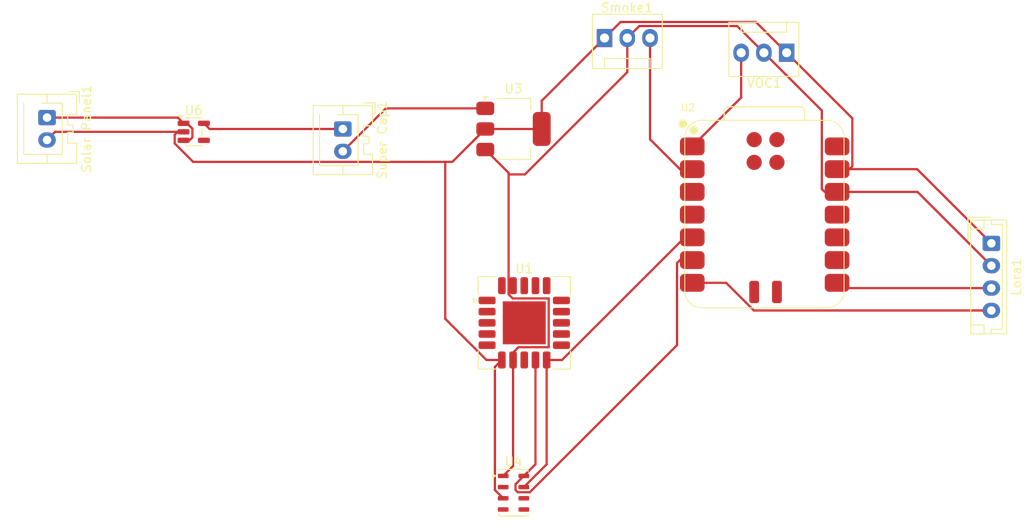
<source format=kicad_pcb>
(kicad_pcb (version 20241229) (generator "pcbnew") (generator_version "9.0")
  (layers (0 "F.Cu" signal) (2 "B.Cu" signal) (13 "F.Paste" user) (15 "B.Paste" user) (5 "F.SilkS" user "F.Silkscreen") (7 "B.SilkS" user "B.Silkscreen") (1 "F.Mask" user) (3 "B.Mask" user) (25 "Edge.Cuts" user))
  (net 0 "")
  (net 1 "Net-(Lora1-Pin_3)")
  (net 2 "Net-(Lora1-Pin_2)")
  (net 3 "Net-(Lora1-Pin_1)")
  (net 4 "Net-(Lora1-Pin_4)")
  (net 5 "Net-(Smoke1-Pin_3)")
  (net 6 "Net-(Solar Panel1-Pin_1)")
  (net 7 "Net-(Super Cap1-Pin_2)")
  (net 8 "Net-(Super Cap1-Pin_1)")
  (net 9 "Net-(U1-SCL)")
  (net 10 "Net-(U1-SDA)")
  (net 15 "Net-(U2-PA02_A0_D0)")
  (footprint "Sensor:Sensirion_SCD4x-1EP_10.1x10.1mm_P1.25mm_EP4.8x4.8mm" (layer "F.Cu") (at 198.05 99.13)
    (property "Reference" "U1" (at 0 -6.05 0) (layer "F.SilkS"))
    (property "Value" "SCD40-D-R2")
    (fp_line (start -5.16 -5.16) (end -3.185 -5.16) (stroke (width 0.12)) (layer "F.SilkS"))
    (fp_line (start -5.16 -3.185) (end -5.16 -5.16) (stroke (width 0.12)) (layer "F.SilkS"))
    (fp_line (start -5.16 5.16) (end -5.16 3.185) (stroke (width 0.12)) (layer "F.SilkS"))
    (fp_line (start -3.185 5.16) (end -5.16 5.16) (stroke (width 0.12)) (layer "F.SilkS"))
    (fp_line (start 3.185 -5.16) (end 5.16 -5.16) (stroke (width 0.12)) (layer "F.SilkS"))
    (fp_line (start 5.16 -5.16) (end 5.16 -3.185) (stroke (width 0.12)) (layer "F.SilkS"))
    (fp_line (start 5.16 3.185) (end 5.16 5.16) (stroke (width 0.12)) (layer "F.SilkS"))
    (fp_line (start 5.16 5.16) (end 3.185 5.16) (stroke (width 0.12)) (layer "F.SilkS"))
    (fp_poly (pts (xy -5.36 -2.5) (xy -5.69 -2.26) (xy -5.69 -2.74)) (stroke (width 0.12)) (fill yes) (layer "F.SilkS"))
    (pad "1" smd roundrect (at -4.15 -2.5) (size 1.9 0.85) (layers "F.Cu" "F.Mask" "F.Paste"))
    (pad "2" smd roundrect (at -4.15 -1.25) (size 1.9 0.85) (layers "F.Cu" "F.Mask" "F.Paste"))
    (pad "3" smd roundrect (at -4.15 0) (size 1.9 0.85) (layers "F.Cu" "F.Mask" "F.Paste"))
    (pad "4" smd roundrect (at -4.15 1.25) (size 1.9 0.85) (layers "F.Cu" "F.Mask" "F.Paste"))
    (pad "5" smd roundrect (at -4.15 2.5) (size 1.9 0.85) (layers "F.Cu" "F.Mask" "F.Paste"))
    (pad "6" smd roundrect (at -2.5 4.15) (size 0.85 1.9) (layers "F.Cu" "F.Mask" "F.Paste") (net 3 "Net-(Lora1-Pin_1)"))
    (pad "7" smd roundrect (at -1.25 4.15) (size 0.85 1.9) (layers "F.Cu" "F.Mask" "F.Paste") (net 2 "Net-(Lora1-Pin_2)"))
    (pad "8" smd roundrect (at 0 4.15) (size 0.85 1.9) (layers "F.Cu" "F.Mask" "F.Paste"))
    (pad "9" smd roundrect (at 1.25 4.15) (size 0.85 1.9) (layers "F.Cu" "F.Mask" "F.Paste") (net 9 "Net-(U1-SCL)"))
    (pad "10" smd roundrect (at 2.5 4.15) (size 0.85 1.9) (layers "F.Cu" "F.Mask" "F.Paste") (net 10 "Net-(U1-SDA)"))
    (pad "11" smd roundrect (at 4.15 2.5) (size 1.9 0.85) (layers "F.Cu" "F.Mask" "F.Paste"))
    (pad "12" smd roundrect (at 4.15 1.25) (size 1.9 0.85) (layers "F.Cu" "F.Mask" "F.Paste"))
    (pad "13" smd roundrect (at 4.15 0) (size 1.9 0.85) (layers "F.Cu" "F.Mask" "F.Paste"))
    (pad "14" smd roundrect (at 4.15 -1.25) (size 1.9 0.85) (layers "F.Cu" "F.Mask" "F.Paste"))
    (pad "15" smd roundrect (at 4.15 -2.5) (size 1.9 0.85) (layers "F.Cu" "F.Mask" "F.Paste"))
    (pad "16" smd roundrect (at 2.5 -4.15) (size 0.85 1.9) (layers "F.Cu" "F.Mask" "F.Paste"))
    (pad "17" smd roundrect (at 1.25 -4.15) (size 0.85 1.9) (layers "F.Cu" "F.Mask" "F.Paste"))
    (pad "18" smd roundrect (at 0 -4.15) (size 0.85 1.9) (layers "F.Cu" "F.Mask" "F.Paste"))
    (pad "19" smd roundrect (at -1.25 -4.15) (size 0.85 1.9) (layers "F.Cu" "F.Mask" "F.Paste") (net 2 "Net-(Lora1-Pin_2)"))
    (pad "20" smd roundrect (at -2.5 -4.15) (size 0.85 1.9) (layers "F.Cu" "F.Mask" "F.Paste") (net 3 "Net-(Lora1-Pin_1)"))
    (pad "21" smd rect (at 0 0) (size 4.8 4.8) (property pad_prop_heatsink) (layers "F.Cu" "F.Mask") (net 3 "Net-(Lora1-Pin_1)"))
  )
  (footprint "Connector:FanPinHeader_1x03_P2.54mm_Vertical" (layer "F.Cu") (at 207.01 67.31)
    (property "Reference" "Smoke1" (at 2.5 -3.4 0) (layer "F.SilkS"))
    (property "Value" "Conn_01x03_Socket")
    (fp_line (start -1.35 -2.65) (end 6.45 -2.65) (stroke (width 0.12)) (layer "F.SilkS"))
    (fp_line (start -1.35 3.4) (end -1.35 -2.65) (stroke (width 0.12)) (layer "F.SilkS"))
    (fp_line (start 0 2.29) (end 5.08 2.29) (stroke (width 0.12)) (layer "F.SilkS"))
    (fp_line (start 0 3.3) (end 0 2.29) (stroke (width 0.12)) (layer "F.SilkS"))
    (fp_line (start 5.08 2.29) (end 5.08 3.3) (stroke (width 0.12)) (layer "F.SilkS"))
    (fp_line (start 6.45 -2.65) (end 6.45 3.4) (stroke (width 0.12)) (layer "F.SilkS"))
    (fp_line (start 6.45 3.4) (end -1.35 3.4) (stroke (width 0.12)) (layer "F.SilkS"))
    (pad "1" thru_hole rect (at 0 0 90) (size 2.03 1.73) (drill 1.02) (layers "*.Cu" "*.Mask") (net 3 "Net-(Lora1-Pin_1)"))
    (pad "2" thru_hole oval (at 2.54 0 90) (size 2.03 1.73) (drill 1.02) (layers "*.Cu" "*.Mask") (net 2 "Net-(Lora1-Pin_2)"))
    (pad "3" thru_hole oval (at 5.08 0 90) (size 2.03 1.73) (drill 1.02) (layers "*.Cu" "*.Mask") (net 5 "Net-(Smoke1-Pin_3)"))
  )
  (footprint "THIS ONE:XIAO-SAMD21-SMD" (layer "F.Cu") (at 215.967006 97.5404)
    (property "Reference" "U2" (at -0.5 -22 0) (layer "F.SilkS") (effects (font (size 0.78232 0.78232) (thickness 0.10668)) (justify left bottom)))
    (property "Value" "XIAO-SAMD21-SMD")
    (fp_line (start 0.001 -1.9873) (end 0.001 -19.1323) (stroke (width 0.1)) (layer "F.SilkS"))
    (fp_line (start 1.906 -0.0823) (end 15.876 -0.0823) (stroke (width 0.1)) (layer "F.SilkS"))
    (fp_line (start 4.396 -21.0373) (end 4.399728 -22.047572) (stroke (width 0.127)) (layer "F.SilkS"))
    (fp_line (start 4.899728 -22.5473) (end 12.895 -22.5473) (stroke (width 0.127)) (layer "F.SilkS"))
    (fp_line (start 13.395 -22.0473) (end 13.395 -21.0373) (stroke (width 0.127)) (layer "F.SilkS"))
    (fp_line (start 15.876 -21.0373) (end 1.906 -21.0373) (stroke (width 0.1)) (layer "F.SilkS"))
    (fp_line (start 15.876 -21.0373) (end 1.906 -21.0373) (stroke (width 0.1)) (layer "F.SilkS"))
    (fp_line (start 17.781 -1.9873) (end 17.781 -19.1323) (stroke (width 0.1)) (layer "F.SilkS"))
    (fp_arc (start 0.001 -19.1363) (mid 0.558966 -20.483329) (end 1.906 -21.0413) (stroke (width 0.1)) (layer "F.SilkS"))
    (fp_arc (start 1.906 -0.0823) (mid 0.558962 -0.640262) (end 0.001 -1.9873) (stroke (width 0.1)) (layer "F.SilkS"))
    (fp_arc (start 4.399728 -22.047572) (mid 4.546276 -22.400944) (end 4.899728 -22.5473) (stroke (width 0.127)) (layer "F.SilkS"))
    (fp_arc (start 12.895 -22.5473) (mid 13.248553 -22.400853) (end 13.395 -22.0473) (stroke (width 0.127)) (layer "F.SilkS"))
    (fp_arc (start 15.876 -21.0373) (mid 17.223038 -20.479337) (end 17.781 -19.1323) (stroke (width 0.1)) (layer "F.SilkS"))
    (fp_arc (start 17.781 -1.9873) (mid 17.223038 -0.640262) (end 15.876 -0.0823) (stroke (width 0.1)) (layer "F.SilkS"))
    (fp_circle (center -0.225012 -20.633312) (end -0.225012 -20.887312) (stroke (width 0.5)) (fill yes) (layer "F.SilkS"))
    (fp_circle (center 0.991988 -19.910312) (end 0.991988 -20.164312) (stroke (width 0.5)) (fill yes) (layer "F.SilkS"))
    (pad "1" smd roundrect (at 0.835 -18.12) (size 2.75 2) (layers "F.Cu" "F.Mask" "F.Paste") (net 15 "Net-(U2-PA02_A0_D0)"))
    (pad "2" smd roundrect (at 0.835 -15.58) (size 2.75 2) (layers "F.Cu" "F.Mask" "F.Paste") (net 5 "Net-(Smoke1-Pin_3)"))
    (pad "3" smd roundrect (at 0.835 -13.04) (size 2.75 2) (layers "F.Cu" "F.Mask" "F.Paste"))
    (pad "4" smd roundrect (at 0.835 -10.5) (size 2.75 2) (layers "F.Cu" "F.Mask" "F.Paste"))
    (pad "5" smd roundrect (at 0.835 -7.96) (size 2.75 2) (layers "F.Cu" "F.Mask" "F.Paste") (net 10 "Net-(U1-SDA)"))
    (pad "6" smd roundrect (at 0.835 -5.42) (size 2.75 2) (layers "F.Cu" "F.Mask" "F.Paste") (net 9 "Net-(U1-SCL)"))
    (pad "7" smd roundrect (at 0.835 -2.88) (size 2.75 2) (layers "F.Cu" "F.Mask" "F.Paste") (net 4 "Net-(Lora1-Pin_4)"))
    (pad "8" smd roundrect (at 17 -2.88) (size 2.75 2) (layers "F.Cu" "F.Mask" "F.Paste") (net 1 "Net-(Lora1-Pin_3)"))
    (pad "9" smd roundrect (at 17 -5.42) (size 2.75 2) (layers "F.Cu" "F.Mask" "F.Paste"))
    (pad "10" smd roundrect (at 17 -7.96) (size 2.75 2) (layers "F.Cu" "F.Mask" "F.Paste"))
    (pad "11" smd roundrect (at 17 -10.5) (size 2.75 2) (layers "F.Cu" "F.Mask" "F.Paste"))
    (pad "12" smd roundrect (at 17 -13.04) (size 2.75 2) (layers "F.Cu" "F.Mask" "F.Paste") (net 2 "Net-(Lora1-Pin_2)"))
    (pad "13" smd roundrect (at 17 -15.58) (size 2.75 2) (layers "F.Cu" "F.Mask" "F.Paste") (net 3 "Net-(Lora1-Pin_1)"))
    (pad "14" smd roundrect (at 17 -18.12) (size 2.75 2) (layers "F.Cu" "F.Mask" "F.Paste"))
    (pad "15" smd roundrect (at 7.747 -1.8603 90) (size 2.5 1.1) (layers "F.Cu" "F.Mask" "F.Paste"))
    (pad "16" smd roundrect (at 10.287 -1.8603 90) (size 2.5 1.1) (layers "F.Cu" "F.Mask" "F.Paste"))
    (pad "17" smd circle (at 7.747 -18.8783) (size 1.7 1.7) (layers "F.Cu" "F.Mask" "F.Paste"))
    (pad "18" smd circle (at 10.287 -18.8783) (size 1.7 1.7) (layers "F.Cu" "F.Mask" "F.Paste"))
    (pad "19" smd circle (at 7.747 -16.3383) (size 1.7 1.7) (layers "F.Cu" "F.Mask" "F.Paste"))
    (pad "20" smd circle (at 10.287 -16.3383) (size 1.7 1.7) (layers "F.Cu" "F.Mask" "F.Paste"))
  )
  (footprint "Connector:FanPinHeader_1x03_P2.54mm_Vertical" (layer "F.Cu") (at 227.34 68.955 180)
    (property "Reference" "VOC1" (at 2.5 -3.4 0) (layer "F.SilkS"))
    (property "Value" "Conn_01x03_Socket")
    (fp_line (start 6.45 3.4) (end -1.35 3.4) (stroke (width 0.12)) (layer "F.SilkS"))
    (fp_line (start 6.45 -2.65) (end 6.45 3.4) (stroke (width 0.12)) (layer "F.SilkS"))
    (fp_line (start 5.08 2.29) (end 5.08 3.3) (stroke (width 0.12)) (layer "F.SilkS"))
    (fp_line (start 0 3.3) (end 0 2.29) (stroke (width 0.12)) (layer "F.SilkS"))
    (fp_line (start 0 2.29) (end 5.08 2.29) (stroke (width 0.12)) (layer "F.SilkS"))
    (fp_line (start -1.35 3.4) (end -1.35 -2.65) (stroke (width 0.12)) (layer "F.SilkS"))
    (fp_line (start -1.35 -2.65) (end 6.45 -2.65) (stroke (width 0.12)) (layer "F.SilkS"))
    (pad "1" thru_hole rect (at 0 0 270) (size 2.03 1.73) (drill 1.02) (layers "*.Cu" "*.Mask") (net 3 "Net-(Lora1-Pin_1)"))
    (pad "2" thru_hole oval (at 2.54 0 270) (size 2.03 1.73) (drill 1.02) (layers "*.Cu" "*.Mask") (net 2 "Net-(Lora1-Pin_2)"))
    (pad "3" thru_hole oval (at 5.08 0 270) (size 2.03 1.73) (drill 1.02) (layers "*.Cu" "*.Mask") (net 15 "Net-(U2-PA02_A0_D0)"))
  )
  (footprint "Package_TO_SOT_SMD:SOT-223-3_TabPin2" (layer "F.Cu") (at 196.85 77.47)
    (property "Reference" "U3" (at 0 -4.5 0) (layer "F.SilkS"))
    (property "Value" "LM2937xMP")
    (fp_line (start -1.85 -3.41) (end 1.91 -3.41) (stroke (width 0.12)) (layer "F.SilkS"))
    (fp_line (start -1.85 3.41) (end 1.91 3.41) (stroke (width 0.12)) (layer "F.SilkS"))
    (fp_line (start 1.91 -3.41) (end 1.91 -2.15) (stroke (width 0.12)) (layer "F.SilkS"))
    (fp_line (start 1.91 3.41) (end 1.91 2.15) (stroke (width 0.12)) (layer "F.SilkS"))
    (fp_poly (pts (xy -3.13 -3.31) (xy -3.37 -3.64) (xy -2.89 -3.64) (xy -3.13 -3.31)) (stroke (width 0.12)) (fill yes) (layer "F.SilkS"))
    (pad "1" smd roundrect (at -3.15 -2.3) (size 2 1.5) (layers "F.Cu" "F.Mask" "F.Paste") (net 7 "Net-(Super Cap1-Pin_2)"))
    (pad "2" smd roundrect (at -3.15 0) (size 2 1.5) (layers "F.Cu" "F.Mask" "F.Paste") (net 3 "Net-(Lora1-Pin_1)"))
    (pad "2" smd roundrect (at 3.15 0) (size 2 3.8) (layers "F.Cu" "F.Mask" "F.Paste") (net 3 "Net-(Lora1-Pin_1)"))
    (pad "3" smd roundrect (at -3.15 2.3) (size 2 1.5) (layers "F.Cu" "F.Mask" "F.Paste") (net 2 "Net-(Lora1-Pin_2)"))
  )
  (footprint "Package_LGA:NXP_LGA-8_3x5mm_P1.25mm_H1.1mm" (layer "F.Cu") (at 196.85 118.11)
    (property "Reference" "U4" (at 0 -3.45 0) (layer "F.SilkS"))
    (property "Value" "MPL3115A2")
    (fp_line (start -1.61 -2.61) (end 1.61 -2.61) (stroke (width 0.12)) (layer "F.SilkS"))
    (fp_line (start -1.61 -2.385) (end -1.61 -2.61) (stroke (width 0.12)) (layer "F.SilkS"))
    (fp_line (start -1.61 2.61) (end -1.61 2.385) (stroke (width 0.12)) (layer "F.SilkS"))
    (fp_line (start 1.61 -2.61) (end 1.61 -2.385) (stroke (width 0.12)) (layer "F.SilkS"))
    (fp_line (start 1.61 2.385) (end 1.61 2.61) (stroke (width 0.12)) (layer "F.SilkS"))
    (fp_line (start 1.61 2.61) (end -1.61 2.61) (stroke (width 0.12)) (layer "F.SilkS"))
    (fp_poly (pts (xy -2.01 -1.88) (xy -2.34 -1.64) (xy -2.34 -2.12)) (stroke (width 0.12)) (fill yes) (layer "F.SilkS"))
    (pad "1" smd roundrect (at -1.15 -1.875) (size 1.2 0.5) (layers "F.Cu" "F.Mask" "F.Paste") (net 2 "Net-(Lora1-Pin_2)"))
    (pad "2" smd roundrect (at -1.15 -0.625) (size 1.2 0.5) (layers "F.Cu" "F.Mask" "F.Paste"))
    (pad "3" smd roundrect (at -1.15 0.625) (size 1.2 0.5) (layers "F.Cu" "F.Mask" "F.Paste") (net 3 "Net-(Lora1-Pin_1)"))
    (pad "4" smd roundrect (at -1.15 1.875) (size 1.2 0.5) (layers "F.Cu" "F.Mask" "F.Paste"))
    (pad "5" smd roundrect (at 1.15 1.875) (size 1.2 0.5) (layers "F.Cu" "F.Mask" "F.Paste"))
    (pad "6" smd roundrect (at 1.15 0.625) (size 1.2 0.5) (layers "F.Cu" "F.Mask" "F.Paste"))
    (pad "7" smd roundrect (at 1.15 -0.625) (size 1.2 0.5) (layers "F.Cu" "F.Mask" "F.Paste") (net 10 "Net-(U1-SDA)"))
    (pad "8" smd roundrect (at 1.15 -1.875) (size 1.2 0.5) (layers "F.Cu" "F.Mask" "F.Paste") (net 9 "Net-(U1-SCL)"))
  )
  (footprint "Connector_JST:JST_EH_B4B-EH-A_1x04_P2.50mm_Vertical" (layer "F.Cu") (at 250.19 90.25 -90)
    (property "Reference" "Lora1" (at 3.75 -2.8 90) (layer "F.SilkS"))
    (property "Value" "Conn_01x04_Socket")
    (fp_line (start -2.91 2.61) (end -0.41 2.61) (stroke (width 0.12)) (layer "F.SilkS"))
    (fp_line (start -2.61 2.31) (end 10.11 2.31) (stroke (width 0.12)) (layer "F.SilkS"))
    (fp_line (start 10.11 2.31) (end 10.11 -1.71) (stroke (width 0.12)) (layer "F.SilkS"))
    (fp_line (start -2.61 0.81) (end -1.61 0.81) (stroke (width 0.12)) (layer "F.SilkS"))
    (fp_line (start -1.61 0.81) (end -1.61 2.31) (stroke (width 0.12)) (layer "F.SilkS"))
    (fp_line (start 9.11 0.81) (end 9.11 2.31) (stroke (width 0.12)) (layer "F.SilkS"))
    (fp_line (start 10.11 0.81) (end 9.11 0.81) (stroke (width 0.12)) (layer "F.SilkS"))
    (fp_line (start -2.91 0.11) (end -2.91 2.61) (stroke (width 0.12)) (layer "F.SilkS"))
    (fp_line (start -2.61 0) (end -2.11 0) (stroke (width 0.12)) (layer "F.SilkS"))
    (fp_line (start -2.11 0) (end -2.11 -1.21) (stroke (width 0.12)) (layer "F.SilkS"))
    (fp_line (start 9.61 0) (end 10.11 0) (stroke (width 0.12)) (layer "F.SilkS"))
    (fp_line (start -2.11 -1.21) (end 9.61 -1.21) (stroke (width 0.12)) (layer "F.SilkS"))
    (fp_line (start 9.61 -1.21) (end 9.61 0) (stroke (width 0.12)) (layer "F.SilkS"))
    (fp_line (start -2.61 -1.71) (end -2.61 2.31) (stroke (width 0.12)) (layer "F.SilkS"))
    (fp_line (start 10.11 -1.71) (end -2.61 -1.71) (stroke (width 0.12)) (layer "F.SilkS"))
    (pad "1" thru_hole roundrect (at 0 0 270) (size 1.7 1.95) (drill 0.95) (layers "*.Cu" "*.Mask") (roundrect_rratio 0.147059) (net 3 "Net-(Lora1-Pin_1)"))
    (pad "2" thru_hole oval (at 2.5 0 270) (size 1.7 1.95) (drill 0.95) (layers "*.Cu" "*.Mask") (net 2 "Net-(Lora1-Pin_2)"))
    (pad "3" thru_hole oval (at 5 0 270) (size 1.7 1.95) (drill 0.95) (layers "*.Cu" "*.Mask") (net 1 "Net-(Lora1-Pin_3)"))
    (pad "4" thru_hole oval (at 7.5 0 270) (size 1.7 1.95) (drill 0.95) (layers "*.Cu" "*.Mask") (net 4 "Net-(Lora1-Pin_4)"))
  )
  (footprint "Connector_JST:JST_XA_B02B-XASK-1-A_1x02_P2.50mm_Vertical" (layer "F.Cu") (at 177.8 77.47 -90)
    (property "Reference" "Super Cap1" (at 1.25 -4.4 90) (layer "F.SilkS"))
    (property "Value" "Conn_01x02_Socket")
    (fp_line (start -2.61 3.31) (end 5.11 3.31) (stroke (width 0.12)) (layer "F.SilkS"))
    (fp_line (start 5.11 3.31) (end 5.11 -3.31) (stroke (width 0.12)) (layer "F.SilkS"))
    (fp_line (start 4.1 2.6) (end -1.6 2.6) (stroke (width 0.12)) (layer "F.SilkS"))
    (fp_line (start -1.6 0.6) (end -1.6 -1.7) (stroke (width 0.12)) (layer "F.SilkS"))
    (fp_line (start -2.61 0) (end -1.6 0) (stroke (width 0.12)) (layer "F.SilkS"))
    (fp_line (start 5.11 0) (end 4.1 0) (stroke (width 0.12)) (layer "F.SilkS"))
    (fp_line (start -1.6 -1.7) (end 4.1 -1.7) (stroke (width 0.12)) (layer "F.SilkS"))
    (fp_line (start 4.1 -1.7) (end 4.1 2.6) (stroke (width 0.12)) (layer "F.SilkS"))
    (fp_line (start -0.35 -2.31) (end -0.35 -3.31) (stroke (width 0.12)) (layer "F.SilkS"))
    (fp_line (start 0.85 -2.31) (end -0.35 -2.31) (stroke (width 0.12)) (layer "F.SilkS"))
    (fp_line (start 1.65 -2.31) (end 1.65 -2.91) (stroke (width 0.12)) (layer "F.SilkS"))
    (fp_line (start 2.85 -2.31) (end 1.65 -2.31) (stroke (width 0.12)) (layer "F.SilkS"))
    (fp_line (start 0.85 -2.91) (end 0.85 -2.31) (stroke (width 0.12)) (layer "F.SilkS"))
    (fp_line (start 1.65 -2.91) (end 0.85 -2.91) (stroke (width 0.12)) (layer "F.SilkS"))
    (fp_line (start -2.61 -3.31) (end -2.61 3.31) (stroke (width 0.12)) (layer "F.SilkS"))
    (fp_line (start -0.35 -3.31) (end -2.61 -3.31) (stroke (width 0.12)) (layer "F.SilkS"))
    (fp_line (start 2.85 -3.31) (end 2.85 -2.31) (stroke (width 0.12)) (layer "F.SilkS"))
    (fp_line (start 5.11 -3.31) (end 2.85 -3.31) (stroke (width 0.12)) (layer "F.SilkS"))
    (fp_line (start -2.91 -3.61) (end -2.91 -2.36) (stroke (width 0.12)) (layer "F.SilkS"))
    (fp_line (start -1.66 -3.61) (end -2.91 -3.61) (stroke (width 0.12)) (layer "F.SilkS"))
    (pad "" np_thru_hole circle (at -1.6 1.6 270) (size 1.25 1.25) (drill 1.25) (layers "*.Cu" "*.Mask"))
    (pad "1" thru_hole roundrect (at 0 0 270) (size 1.7 1.95) (drill 0.95) (layers "*.Cu" "*.Mask") (roundrect_rratio 0.147059) (net 8 "Net-(Super Cap1-Pin_1)"))
    (pad "2" thru_hole oval (at 2.5 0 270) (size 1.7 1.95) (drill 0.95) (layers "*.Cu" "*.Mask") (net 7 "Net-(Super Cap1-Pin_2)"))
  )
  (footprint "Package_TO_SOT_SMD:SOT-23-5" (layer "F.Cu") (at 161.1575 77.79)
    (property "Reference" "U6" (at 0 -2.4 0) (layer "F.SilkS"))
    (property "Value" "MIC5205-2.7YM5")
    (fp_line (start -0.91 -1.56) (end 0.91 -1.56) (stroke (width 0.12)) (layer "F.SilkS"))
    (fp_line (start -0.91 -1.51) (end -0.91 -1.56) (stroke (width 0.12)) (layer "F.SilkS"))
    (fp_line (start -0.91 1.56) (end -0.91 1.51) (stroke (width 0.12)) (layer "F.SilkS"))
    (fp_line (start 0.91 -1.56) (end 0.91 -1.51) (stroke (width 0.12)) (layer "F.SilkS"))
    (fp_line (start 0.91 -0.39) (end 0.91 0.39) (stroke (width 0.12)) (layer "F.SilkS"))
    (fp_line (start 0.91 1.51) (end 0.91 1.56) (stroke (width 0.12)) (layer "F.SilkS"))
    (fp_line (start 0.91 1.56) (end -0.91 1.56) (stroke (width 0.12)) (layer "F.SilkS"))
    (fp_poly (pts (xy -1.45 -1.51) (xy -1.69 -1.84) (xy -1.21 -1.84)) (stroke (width 0.12)) (fill yes) (layer "F.SilkS"))
    (pad "1" smd roundrect (at -1.1375 -0.95) (size 1.325 0.6) (layers "F.Cu" "F.Mask" "F.Paste") (net 6 "Net-(Solar Panel1-Pin_1)"))
    (pad "2" smd roundrect (at -1.1375 0) (size 1.325 0.6) (layers "F.Cu" "F.Mask" "F.Paste") (net 3 "Net-(Lora1-Pin_1)"))
    (pad "3" smd roundrect (at -1.1375 0.95) (size 1.325 0.6) (layers "F.Cu" "F.Mask" "F.Paste") (net 6 "Net-(Solar Panel1-Pin_1)"))
    (pad "4" smd roundrect (at 1.1375 0.95) (size 1.325 0.6) (layers "F.Cu" "F.Mask" "F.Paste"))
    (pad "5" smd roundrect (at 1.1375 -0.95) (size 1.325 0.6) (layers "F.Cu" "F.Mask" "F.Paste") (net 8 "Net-(Super Cap1-Pin_1)"))
  )
  (footprint "Connector_JST:JST_XA_B02B-XASK-1-A_1x02_P2.50mm_Vertical" (layer "F.Cu") (at 144.78 76.2 -90)
    (property "Reference" "Solar Panel1" (at 1.25 -4.4 90) (layer "F.SilkS"))
    (property "Value" "Conn_01x02_Socket")
    (fp_line (start -2.61 3.31) (end 5.11 3.31) (stroke (width 0.12)) (layer "F.SilkS"))
    (fp_line (start 5.11 3.31) (end 5.11 -3.31) (stroke (width 0.12)) (layer "F.SilkS"))
    (fp_line (start 4.1 2.6) (end -1.6 2.6) (stroke (width 0.12)) (layer "F.SilkS"))
    (fp_line (start -1.6 0.6) (end -1.6 -1.7) (stroke (width 0.12)) (layer "F.SilkS"))
    (fp_line (start -2.61 0) (end -1.6 0) (stroke (width 0.12)) (layer "F.SilkS"))
    (fp_line (start 5.11 0) (end 4.1 0) (stroke (width 0.12)) (layer "F.SilkS"))
    (fp_line (start -1.6 -1.7) (end 4.1 -1.7) (stroke (width 0.12)) (layer "F.SilkS"))
    (fp_line (start 4.1 -1.7) (end 4.1 2.6) (stroke (width 0.12)) (layer "F.SilkS"))
    (fp_line (start -0.35 -2.31) (end -0.35 -3.31) (stroke (width 0.12)) (layer "F.SilkS"))
    (fp_line (start 0.85 -2.31) (end -0.35 -2.31) (stroke (width 0.12)) (layer "F.SilkS"))
    (fp_line (start 1.65 -2.31) (end 1.65 -2.91) (stroke (width 0.12)) (layer "F.SilkS"))
    (fp_line (start 2.85 -2.31) (end 1.65 -2.31) (stroke (width 0.12)) (layer "F.SilkS"))
    (fp_line (start 0.85 -2.91) (end 0.85 -2.31) (stroke (width 0.12)) (layer "F.SilkS"))
    (fp_line (start 1.65 -2.91) (end 0.85 -2.91) (stroke (width 0.12)) (layer "F.SilkS"))
    (fp_line (start -2.61 -3.31) (end -2.61 3.31) (stroke (width 0.12)) (layer "F.SilkS"))
    (fp_line (start -0.35 -3.31) (end -2.61 -3.31) (stroke (width 0.12)) (layer "F.SilkS"))
    (fp_line (start 2.85 -3.31) (end 2.85 -2.31) (stroke (width 0.12)) (layer "F.SilkS"))
    (fp_line (start 5.11 -3.31) (end 2.85 -3.31) (stroke (width 0.12)) (layer "F.SilkS"))
    (fp_line (start -2.91 -3.61) (end -2.91 -2.36) (stroke (width 0.12)) (layer "F.SilkS"))
    (fp_line (start -1.66 -3.61) (end -2.91 -3.61) (stroke (width 0.12)) (layer "F.SilkS"))
    (pad "" np_thru_hole circle (at -1.6 1.6 270) (size 1.25 1.25) (drill 1.25) (layers "*.Cu" "*.Mask"))
    (pad "1" thru_hole roundrect (at 0 0 270) (size 1.7 1.95) (drill 0.95) (layers "*.Cu" "*.Mask") (roundrect_rratio 0.147059) (net 6 "Net-(Solar Panel1-Pin_1)"))
    (pad "2" thru_hole oval (at 2.5 0 270) (size 1.7 1.95) (drill 0.95) (layers "*.Cu" "*.Mask") (net 3 "Net-(Lora1-Pin_1)"))
  )
  (segment (start 233.556606 95.25) (end 232.967006 94.6604) (width 0.25) (layer "F.Cu") (net 1))
  (segment (start 250.19 95.25) (end 233.556606 95.25) (width 0.25) (layer "F.Cu") (net 1))
  (segment (start 196.758558 96.404) (end 200.776 96.404) (width 0.25) (layer "F.Cu") (net 2))
  (segment (start 196.301 82.371) (end 196.301 82.55) (width 0.25) (layer "F.Cu") (net 2))
  (segment (start 198.12 82.55) (end 209.55 71.12) (width 0.25) (layer "F.Cu") (net 2))
  (segment (start 231.266006 75.421006) (end 231.266006 84.1744) (width 0.25) (layer "F.Cu") (net 2))
  (segment (start 196.8 102.46) (end 196.8 103.28) (width 0.25) (layer "F.Cu") (net 2))
  (segment (start 196.8 103.28) (end 196.8 115.135) (width 0.25) (layer "F.Cu") (net 2))
  (segment (start 209.55 67.31) (end 210.891 65.969) (width 0.25) (layer "F.Cu") (net 2))
  (segment (start 221.814 65.969) (end 224.8 68.955) (width 0.25) (layer "F.Cu") (net 2))
  (segment (start 193.7 79.77) (end 196.301 82.371) (width 0.25) (layer "F.Cu") (net 2))
  (segment (start 241.9404 84.5004) (end 232.967006 84.5004) (width 0.25) (layer "F.Cu") (net 2))
  (segment (start 250.19 92.75) (end 241.9404 84.5004) (width 0.25) (layer "F.Cu") (net 2))
  (segment (start 196.301 82.55) (end 196.301 95.946442) (width 0.25) (layer "F.Cu") (net 2))
  (segment (start 209.55 71.12) (end 209.55 67.31) (width 0.25) (layer "F.Cu") (net 2))
  (segment (start 200.776 96.404) (end 200.776 101.856) (width 0.25) (layer "F.Cu") (net 2))
  (segment (start 196.8 115.135) (end 195.7 116.235) (width 0.25) (layer "F.Cu") (net 2))
  (segment (start 196.301 82.55) (end 198.12 82.55) (width 0.25) (layer "F.Cu") (net 2))
  (segment (start 231.266006 84.1744) (end 231.592006 84.5004) (width 0.25) (layer "F.Cu") (net 2))
  (segment (start 200.776 101.856) (end 197.404 101.856) (width 0.25) (layer "F.Cu") (net 2))
  (segment (start 224.8 68.955) (end 231.266006 75.421006) (width 0.25) (layer "F.Cu") (net 2))
  (segment (start 231.592006 84.5004) (end 232.967006 84.5004) (width 0.25) (layer "F.Cu") (net 2))
  (segment (start 197.404 101.856) (end 196.8 102.46) (width 0.25) (layer "F.Cu") (net 2))
  (segment (start 210.891 65.969) (end 221.814 65.969) (width 0.25) (layer "F.Cu") (net 2))
  (segment (start 196.301 95.946442) (end 196.758558 96.404) (width 0.25) (layer "F.Cu") (net 2))
  (segment (start 189.23 98.677442) (end 193.832558 103.28) (width 0.25) (layer "F.Cu") (net 3))
  (segment (start 200 74.32) (end 207.01 67.31) (width 0.25) (layer "F.Cu") (net 3))
  (segment (start 234.342006 81.9604) (end 232.967006 81.9604) (width 0.25) (layer "F.Cu") (net 3))
  (segment (start 144.78 78.7) (end 145.69 77.79) (width 0.25) (layer "F.Cu") (net 3))
  (segment (start 234.668006 81.6344) (end 234.342006 81.9604) (width 0.25) (layer "F.Cu") (net 3))
  (segment (start 193.7 77.47) (end 200 77.47) (width 0.25) (layer "F.Cu") (net 3))
  (segment (start 241.9004 81.9604) (end 232.967006 81.9604) (width 0.25) (layer "F.Cu") (net 3))
  (segment (start 145.69 77.79) (end 160.02 77.79) (width 0.25) (layer "F.Cu") (net 3))
  (segment (start 159.0315 79.091322) (end 161.086178 81.146) (width 0.25) (layer "F.Cu") (net 3))
  (segment (start 160.02 77.79) (end 159.357501 77.79) (width 0.25) (layer "F.Cu") (net 3))
  (segment (start 223.903 65.518) (end 227.34 68.955) (width 0.25) (layer "F.Cu") (net 3))
  (segment (start 195.55 103.28) (end 194.774 104.056) (width 0.25) (layer "F.Cu") (net 3))
  (segment (start 189.23 81.146) (end 190.024 81.146) (width 0.25) (layer "F.Cu") (net 3))
  (segment (start 200 77.47) (end 200 74.32) (width 0.25) (layer "F.Cu") (net 3))
  (segment (start 159.0315 78.116001) (end 159.0315 79.091322) (width 0.25) (layer "F.Cu") (net 3))
  (segment (start 234.668006 76.283006) (end 234.668006 81.6344) (width 0.25) (layer "F.Cu") (net 3))
  (segment (start 159.357501 77.79) (end 159.0315 78.116001) (width 0.25) (layer "F.Cu") (net 3))
  (segment (start 190.024 81.146) (end 193.7 77.47) (width 0.25) (layer "F.Cu") (net 3))
  (segment (start 194.774 117.809) (end 195.7 118.735) (width 0.25) (layer "F.Cu") (net 3))
  (segment (start 227.34 68.955) (end 234.668006 76.283006) (width 0.25) (layer "F.Cu") (net 3))
  (segment (start 232.052418 81.9604) (end 232.967006 81.9604) (width 0.25) (layer "F.Cu") (net 3))
  (segment (start 208.802 65.518) (end 223.903 65.518) (width 0.25) (layer "F.Cu") (net 3))
  (segment (start 189.23 81.146) (end 189.23 98.677442) (width 0.25) (layer "F.Cu") (net 3))
  (segment (start 207.01 67.31) (end 208.802 65.518) (width 0.25) (layer "F.Cu") (net 3))
  (segment (start 193.7 77.47) (end 192.374 78.796) (width 0.25) (layer "F.Cu") (net 3))
  (segment (start 250.19 90.25) (end 241.9004 81.9604) (width 0.25) (layer "F.Cu") (net 3))
  (segment (start 194.774 104.056) (end 194.774 117.809) (width 0.25) (layer "F.Cu") (net 3))
  (segment (start 161.086178 81.146) (end 189.23 81.146) (width 0.25) (layer "F.Cu") (net 3))
  (segment (start 193.832558 103.28) (end 195.55 103.28) (width 0.25) (layer "F.Cu") (net 3))
  (segment (start 220.586744 94.6604) (end 216.802006 94.6604) (width 0.25) (layer "F.Cu") (net 4))
  (segment (start 250.19 97.75) (end 223.676344 97.75) (width 0.25) (layer "F.Cu") (net 4))
  (segment (start 223.676344 97.75) (end 220.586744 94.6604) (width 0.25) (layer "F.Cu") (net 4))
  (segment (start 215.427006 81.9604) (end 216.802006 81.9604) (width 0.25) (layer "F.Cu") (net 5))
  (segment (start 212.09 78.623394) (end 215.427006 81.9604) (width 0.25) (layer "F.Cu") (net 5))
  (segment (start 212.09 67.31) (end 212.09 78.623394) (width 0.25) (layer "F.Cu") (net 5))
  (segment (start 161.0085 78.413999) (end 160.682499 78.74) (width 0.25) (layer "F.Cu") (net 6))
  (segment (start 161.0085 77.438678) (end 161.0085 78.413999) (width 0.25) (layer "F.Cu") (net 6))
  (segment (start 160.409822 76.84) (end 161.0085 77.438678) (width 0.25) (layer "F.Cu") (net 6))
  (segment (start 160.02 76.84) (end 160.409822 76.84) (width 0.25) (layer "F.Cu") (net 6))
  (segment (start 144.78 76.2) (end 159.38 76.2) (width 0.25) (layer "F.Cu") (net 6))
  (segment (start 159.38 76.2) (end 160.02 76.84) (width 0.25) (layer "F.Cu") (net 6))
  (segment (start 160.682499 78.74) (end 160.02 78.74) (width 0.25) (layer "F.Cu") (net 6))
  (segment (start 193.7 75.17) (end 182.6 75.17) (width 0.25) (layer "F.Cu") (net 7))
  (segment (start 182.6 75.17) (end 177.8 79.97) (width 0.25) (layer "F.Cu") (net 7))
  (segment (start 162.925 77.47) (end 177.8 77.47) (width 0.25) (layer "F.Cu") (net 8))
  (segment (start 162.295 76.84) (end 162.925 77.47) (width 0.25) (layer "F.Cu") (net 8))
  (segment (start 199.3 114.935) (end 198 116.235) (width 0.25) (layer "F.Cu") (net 9))
  (segment (start 197.074 117.161) (end 197.074 117.800274) (width 0.25) (layer "F.Cu") (net 9))
  (segment (start 215.101006 101.625268) (end 215.101006 92.4464) (width 0.25) (layer "F.Cu") (net 9))
  (segment (start 198 116.235) (end 197.074 117.161) (width 0.25) (layer "F.Cu") (net 9))
  (segment (start 199.3 103.28) (end 199.3 114.935) (width 0.25) (layer "F.Cu") (net 9))
  (segment (start 198.665274 118.061) (end 215.101006 101.625268) (width 0.25) (layer "F.Cu") (net 9))
  (segment (start 197.074 117.800274) (end 197.334726 118.061) (width 0.25) (layer "F.Cu") (net 9))
  (segment (start 215.427006 92.1204) (end 216.802006 92.1204) (width 0.25) (layer "F.Cu") (net 9))
  (segment (start 197.334726 118.061) (end 198.665274 118.061) (width 0.25) (layer "F.Cu") (net 9))
  (segment (start 215.101006 92.4464) (end 215.427006 92.1204) (width 0.25) (layer "F.Cu") (net 9))
  (segment (start 200.55 114.935) (end 198 117.485) (width 0.25) (layer "F.Cu") (net 10))
  (segment (start 215.967042 89.5804) (end 216.802006 89.5804) (width 0.25) (layer "F.Cu") (net 10))
  (segment (start 202.267442 103.28) (end 215.967042 89.5804) (width 0.25) (layer "F.Cu") (net 10))
  (segment (start 200.55 103.28) (end 202.267442 103.28) (width 0.25) (layer "F.Cu") (net 10))
  (segment (start 200.55 103.28) (end 200.55 114.935) (width 0.25) (layer "F.Cu") (net 10))
  (segment (start 222.26 73.962406) (end 216.802006 79.4204) (width 0.25) (layer "F.Cu") (net 15))
  (segment (start 222.26 68.955) (end 222.26 73.962406) (width 0.25) (layer "F.Cu") (net 15))
)
</source>
